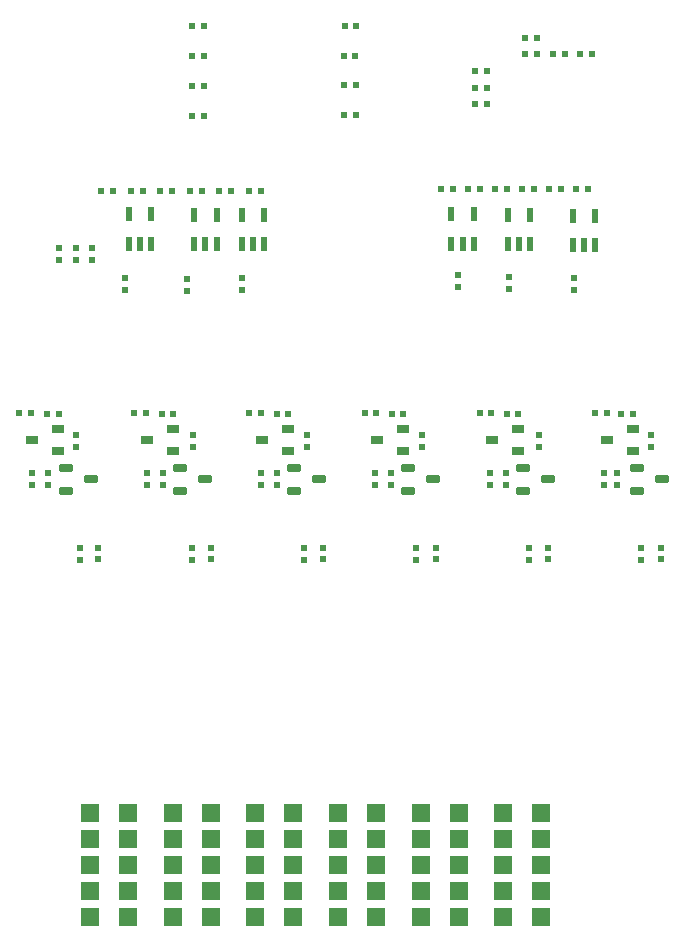
<source format=gbp>
G04*
G04 #@! TF.GenerationSoftware,Altium Limited,Altium Designer,20.0.13 (296)*
G04*
G04 Layer_Color=128*
%FSLAX44Y44*%
%MOMM*%
G71*
G01*
G75*
%ADD18R,0.6000X0.5000*%
%ADD23R,0.5000X0.6000*%
%ADD64R,1.1000X0.8000*%
G04:AMPARAMS|DCode=65|XSize=1.23mm|YSize=0.6mm|CornerRadius=0.075mm|HoleSize=0mm|Usage=FLASHONLY|Rotation=0.000|XOffset=0mm|YOffset=0mm|HoleType=Round|Shape=RoundedRectangle|*
%AMROUNDEDRECTD65*
21,1,1.2300,0.4500,0,0,0.0*
21,1,1.0800,0.6000,0,0,0.0*
1,1,0.1500,0.5400,-0.2250*
1,1,0.1500,-0.5400,-0.2250*
1,1,0.1500,-0.5400,0.2250*
1,1,0.1500,0.5400,0.2250*
%
%ADD65ROUNDEDRECTD65*%
%ADD66R,0.5900X1.2100*%
%ADD67R,1.6000X1.6000*%
D18*
X89000Y556750D02*
D03*
Y566750D02*
D03*
X75000Y715000D02*
D03*
Y725000D02*
D03*
X88750Y715000D02*
D03*
Y725000D02*
D03*
X102500Y715000D02*
D03*
Y725000D02*
D03*
X130750Y699750D02*
D03*
Y689750D02*
D03*
X182625Y699000D02*
D03*
Y689000D02*
D03*
X229750Y699500D02*
D03*
Y689500D02*
D03*
X412500Y702250D02*
D03*
Y692250D02*
D03*
X455250Y700500D02*
D03*
Y690500D02*
D03*
X511000Y699750D02*
D03*
Y689750D02*
D03*
X536250Y524500D02*
D03*
Y534500D02*
D03*
X547250D02*
D03*
Y524500D02*
D03*
X575500Y556500D02*
D03*
Y566500D02*
D03*
X52000Y524500D02*
D03*
Y534500D02*
D03*
X65500Y534500D02*
D03*
Y524500D02*
D03*
X187250Y471250D02*
D03*
Y461250D02*
D03*
X203200Y471500D02*
D03*
Y461500D02*
D03*
X282250Y471250D02*
D03*
Y461250D02*
D03*
X298400Y471500D02*
D03*
Y461500D02*
D03*
X377250Y471250D02*
D03*
Y461250D02*
D03*
X393600Y471500D02*
D03*
Y461500D02*
D03*
X472250Y471250D02*
D03*
Y461250D02*
D03*
X488800Y471500D02*
D03*
Y461500D02*
D03*
X92250Y471250D02*
D03*
Y461250D02*
D03*
X108000Y471500D02*
D03*
Y461500D02*
D03*
X567250Y471250D02*
D03*
Y461250D02*
D03*
X584000Y471500D02*
D03*
Y461500D02*
D03*
X452900Y524500D02*
D03*
Y534500D02*
D03*
X381750Y566750D02*
D03*
Y556750D02*
D03*
X162350Y524500D02*
D03*
Y534500D02*
D03*
X356050Y524500D02*
D03*
Y534500D02*
D03*
X148850Y534500D02*
D03*
Y524500D02*
D03*
X245700Y534500D02*
D03*
Y524500D02*
D03*
X439400Y534500D02*
D03*
Y524500D02*
D03*
X188000Y567000D02*
D03*
Y557000D02*
D03*
X285000Y566750D02*
D03*
Y556750D02*
D03*
X481000Y566750D02*
D03*
Y556750D02*
D03*
X259200Y524500D02*
D03*
Y534500D02*
D03*
X342550Y534500D02*
D03*
Y524500D02*
D03*
D23*
X493000Y889000D02*
D03*
X503000D02*
D03*
X525750D02*
D03*
X515750D02*
D03*
X74200Y584750D02*
D03*
X64200D02*
D03*
X316500Y913250D02*
D03*
X326500D02*
D03*
X315500Y888000D02*
D03*
X325500D02*
D03*
X315750Y862750D02*
D03*
X325750D02*
D03*
X436750Y875000D02*
D03*
X426750D02*
D03*
X479250Y889000D02*
D03*
X469250D02*
D03*
X436750Y860875D02*
D03*
X426750D02*
D03*
X436750Y846750D02*
D03*
X426750D02*
D03*
X316250Y837500D02*
D03*
X326250D02*
D03*
X187500Y913250D02*
D03*
X197500D02*
D03*
X187500Y887917D02*
D03*
X197500D02*
D03*
X187500Y862583D02*
D03*
X197500D02*
D03*
X187500Y837250D02*
D03*
X197500D02*
D03*
X110500Y773750D02*
D03*
X120500D02*
D03*
X135450D02*
D03*
X145450D02*
D03*
X160400D02*
D03*
X170400D02*
D03*
X185350D02*
D03*
X195350D02*
D03*
X210300D02*
D03*
X220300D02*
D03*
X235250D02*
D03*
X245250D02*
D03*
X397875Y774750D02*
D03*
X407875D02*
D03*
X420800D02*
D03*
X430800D02*
D03*
X443725D02*
D03*
X453725D02*
D03*
X466650D02*
D03*
X476650D02*
D03*
X489575D02*
D03*
X499575D02*
D03*
X512500D02*
D03*
X522500D02*
D03*
X528250Y585000D02*
D03*
X538250D02*
D03*
X560850Y584750D02*
D03*
X550850D02*
D03*
X41000Y585000D02*
D03*
X51000D02*
D03*
X469250Y902500D02*
D03*
X479250D02*
D03*
X343350Y585000D02*
D03*
X333350D02*
D03*
X440800D02*
D03*
X430800D02*
D03*
X161530Y584750D02*
D03*
X171530D02*
D03*
X148450Y585000D02*
D03*
X138450D02*
D03*
X258860Y584750D02*
D03*
X268860D02*
D03*
X356190D02*
D03*
X366190D02*
D03*
X453520D02*
D03*
X463520D02*
D03*
X245900Y585000D02*
D03*
X235900D02*
D03*
D64*
X74100Y572250D02*
D03*
Y553250D02*
D03*
X51600Y562750D02*
D03*
X560750Y572250D02*
D03*
Y553250D02*
D03*
X538250Y562750D02*
D03*
X343590D02*
D03*
X366090Y553250D02*
D03*
Y572250D02*
D03*
X148930Y562750D02*
D03*
X171430Y553250D02*
D03*
Y572250D02*
D03*
X440920Y562750D02*
D03*
X463420Y553250D02*
D03*
Y572250D02*
D03*
X246260Y562750D02*
D03*
X268760Y553250D02*
D03*
Y572250D02*
D03*
D65*
X101350Y529250D02*
D03*
X80150Y538750D02*
D03*
Y519750D02*
D03*
X585100Y529250D02*
D03*
X563900Y538750D02*
D03*
Y519750D02*
D03*
X467150D02*
D03*
Y538750D02*
D03*
X488350Y529250D02*
D03*
X273650Y519750D02*
D03*
Y538750D02*
D03*
X294850Y529250D02*
D03*
X370400Y519750D02*
D03*
Y538750D02*
D03*
X391600Y529250D02*
D03*
X176900Y519750D02*
D03*
Y538750D02*
D03*
X198100Y529250D02*
D03*
D66*
X152500Y753800D02*
D03*
X133500D02*
D03*
Y728700D02*
D03*
X143000D02*
D03*
X152500D02*
D03*
X208000Y753300D02*
D03*
X189000D02*
D03*
Y728200D02*
D03*
X198500D02*
D03*
X208000D02*
D03*
X248500Y753300D02*
D03*
X229500D02*
D03*
Y728200D02*
D03*
X239000D02*
D03*
X248500D02*
D03*
X528500Y752550D02*
D03*
X509500D02*
D03*
Y727450D02*
D03*
X519000D02*
D03*
X528500D02*
D03*
X473750Y753300D02*
D03*
X454750D02*
D03*
Y728200D02*
D03*
X464250D02*
D03*
X473750D02*
D03*
X425875Y753550D02*
D03*
X406875D02*
D03*
Y728450D02*
D03*
X416375D02*
D03*
X425875D02*
D03*
D67*
X412947Y158750D02*
D03*
X380947D02*
D03*
X272932D02*
D03*
X240932D02*
D03*
X132917D02*
D03*
X100917D02*
D03*
X482955D02*
D03*
X450955D02*
D03*
X482955Y180750D02*
D03*
X450955D02*
D03*
X482955Y202750D02*
D03*
X450955D02*
D03*
X482955Y224750D02*
D03*
X450955D02*
D03*
X482955Y246750D02*
D03*
X450955D02*
D03*
X412947Y180750D02*
D03*
X380947D02*
D03*
X412947Y202750D02*
D03*
X380947D02*
D03*
X412947Y224750D02*
D03*
X380947D02*
D03*
X412947Y246750D02*
D03*
X380947D02*
D03*
X342940Y158750D02*
D03*
X310940D02*
D03*
X342940Y180750D02*
D03*
X310940D02*
D03*
X342940Y202750D02*
D03*
X310940D02*
D03*
X342940Y224750D02*
D03*
X310940D02*
D03*
X342940Y246750D02*
D03*
X310940D02*
D03*
X272932Y180750D02*
D03*
X240932D02*
D03*
X272932Y202750D02*
D03*
X240932D02*
D03*
X272932Y224750D02*
D03*
X240932D02*
D03*
X272932Y246750D02*
D03*
X240932D02*
D03*
X202925Y158750D02*
D03*
X170925D02*
D03*
X202925Y180750D02*
D03*
X170925D02*
D03*
X202925Y202750D02*
D03*
X170925D02*
D03*
X202925Y224750D02*
D03*
X170925D02*
D03*
X202925Y246750D02*
D03*
X170925D02*
D03*
X132917Y180750D02*
D03*
X100917D02*
D03*
X132917Y202750D02*
D03*
X100917D02*
D03*
X132917Y224750D02*
D03*
X100917D02*
D03*
X132917Y246750D02*
D03*
X100917D02*
D03*
M02*

</source>
